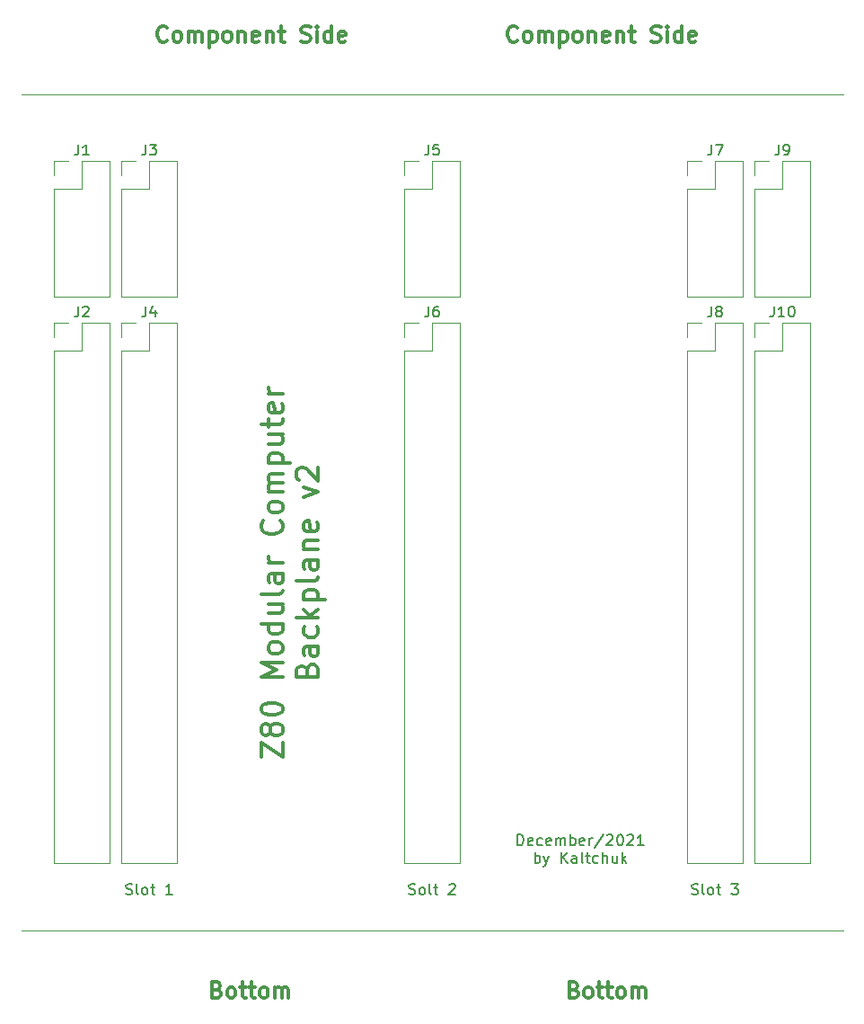
<source format=gbr>
G04 #@! TF.GenerationSoftware,KiCad,Pcbnew,(5.1.4)-1*
G04 #@! TF.CreationDate,2022-01-22T15:46:12+02:00*
G04 #@! TF.ProjectId,Backplane v2,4261636b-706c-4616-9e65-2076322e6b69,rev?*
G04 #@! TF.SameCoordinates,Original*
G04 #@! TF.FileFunction,Legend,Top*
G04 #@! TF.FilePolarity,Positive*
%FSLAX46Y46*%
G04 Gerber Fmt 4.6, Leading zero omitted, Abs format (unit mm)*
G04 Created by KiCad (PCBNEW (5.1.4)-1) date 2022-01-22 15:46:12*
%MOMM*%
%LPD*%
G04 APERTURE LIST*
%ADD10C,0.300000*%
%ADD11C,0.152400*%
%ADD12C,0.120000*%
%ADD13C,0.304800*%
%ADD14C,0.150000*%
G04 APERTURE END LIST*
D10*
X129957714Y-50827714D02*
X129886285Y-50899142D01*
X129672000Y-50970571D01*
X129529142Y-50970571D01*
X129314857Y-50899142D01*
X129172000Y-50756285D01*
X129100571Y-50613428D01*
X129029142Y-50327714D01*
X129029142Y-50113428D01*
X129100571Y-49827714D01*
X129172000Y-49684857D01*
X129314857Y-49542000D01*
X129529142Y-49470571D01*
X129672000Y-49470571D01*
X129886285Y-49542000D01*
X129957714Y-49613428D01*
X130814857Y-50970571D02*
X130672000Y-50899142D01*
X130600571Y-50827714D01*
X130529142Y-50684857D01*
X130529142Y-50256285D01*
X130600571Y-50113428D01*
X130672000Y-50042000D01*
X130814857Y-49970571D01*
X131029142Y-49970571D01*
X131172000Y-50042000D01*
X131243428Y-50113428D01*
X131314857Y-50256285D01*
X131314857Y-50684857D01*
X131243428Y-50827714D01*
X131172000Y-50899142D01*
X131029142Y-50970571D01*
X130814857Y-50970571D01*
X131957714Y-50970571D02*
X131957714Y-49970571D01*
X131957714Y-50113428D02*
X132029142Y-50042000D01*
X132172000Y-49970571D01*
X132386285Y-49970571D01*
X132529142Y-50042000D01*
X132600571Y-50184857D01*
X132600571Y-50970571D01*
X132600571Y-50184857D02*
X132672000Y-50042000D01*
X132814857Y-49970571D01*
X133029142Y-49970571D01*
X133172000Y-50042000D01*
X133243428Y-50184857D01*
X133243428Y-50970571D01*
X133957714Y-49970571D02*
X133957714Y-51470571D01*
X133957714Y-50042000D02*
X134100571Y-49970571D01*
X134386285Y-49970571D01*
X134529142Y-50042000D01*
X134600571Y-50113428D01*
X134672000Y-50256285D01*
X134672000Y-50684857D01*
X134600571Y-50827714D01*
X134529142Y-50899142D01*
X134386285Y-50970571D01*
X134100571Y-50970571D01*
X133957714Y-50899142D01*
X135529142Y-50970571D02*
X135386285Y-50899142D01*
X135314857Y-50827714D01*
X135243428Y-50684857D01*
X135243428Y-50256285D01*
X135314857Y-50113428D01*
X135386285Y-50042000D01*
X135529142Y-49970571D01*
X135743428Y-49970571D01*
X135886285Y-50042000D01*
X135957714Y-50113428D01*
X136029142Y-50256285D01*
X136029142Y-50684857D01*
X135957714Y-50827714D01*
X135886285Y-50899142D01*
X135743428Y-50970571D01*
X135529142Y-50970571D01*
X136672000Y-49970571D02*
X136672000Y-50970571D01*
X136672000Y-50113428D02*
X136743428Y-50042000D01*
X136886285Y-49970571D01*
X137100571Y-49970571D01*
X137243428Y-50042000D01*
X137314857Y-50184857D01*
X137314857Y-50970571D01*
X138600571Y-50899142D02*
X138457714Y-50970571D01*
X138172000Y-50970571D01*
X138029142Y-50899142D01*
X137957714Y-50756285D01*
X137957714Y-50184857D01*
X138029142Y-50042000D01*
X138172000Y-49970571D01*
X138457714Y-49970571D01*
X138600571Y-50042000D01*
X138672000Y-50184857D01*
X138672000Y-50327714D01*
X137957714Y-50470571D01*
X139314857Y-49970571D02*
X139314857Y-50970571D01*
X139314857Y-50113428D02*
X139386285Y-50042000D01*
X139529142Y-49970571D01*
X139743428Y-49970571D01*
X139886285Y-50042000D01*
X139957714Y-50184857D01*
X139957714Y-50970571D01*
X140457714Y-49970571D02*
X141029142Y-49970571D01*
X140672000Y-49470571D02*
X140672000Y-50756285D01*
X140743428Y-50899142D01*
X140886285Y-50970571D01*
X141029142Y-50970571D01*
X142600571Y-50899142D02*
X142814857Y-50970571D01*
X143172000Y-50970571D01*
X143314857Y-50899142D01*
X143386285Y-50827714D01*
X143457714Y-50684857D01*
X143457714Y-50542000D01*
X143386285Y-50399142D01*
X143314857Y-50327714D01*
X143172000Y-50256285D01*
X142886285Y-50184857D01*
X142743428Y-50113428D01*
X142672000Y-50042000D01*
X142600571Y-49899142D01*
X142600571Y-49756285D01*
X142672000Y-49613428D01*
X142743428Y-49542000D01*
X142886285Y-49470571D01*
X143243428Y-49470571D01*
X143457714Y-49542000D01*
X144100571Y-50970571D02*
X144100571Y-49970571D01*
X144100571Y-49470571D02*
X144029142Y-49542000D01*
X144100571Y-49613428D01*
X144172000Y-49542000D01*
X144100571Y-49470571D01*
X144100571Y-49613428D01*
X145457714Y-50970571D02*
X145457714Y-49470571D01*
X145457714Y-50899142D02*
X145314857Y-50970571D01*
X145029142Y-50970571D01*
X144886285Y-50899142D01*
X144814857Y-50827714D01*
X144743428Y-50684857D01*
X144743428Y-50256285D01*
X144814857Y-50113428D01*
X144886285Y-50042000D01*
X145029142Y-49970571D01*
X145314857Y-49970571D01*
X145457714Y-50042000D01*
X146743428Y-50899142D02*
X146600571Y-50970571D01*
X146314857Y-50970571D01*
X146172000Y-50899142D01*
X146100571Y-50756285D01*
X146100571Y-50184857D01*
X146172000Y-50042000D01*
X146314857Y-49970571D01*
X146600571Y-49970571D01*
X146743428Y-50042000D01*
X146814857Y-50184857D01*
X146814857Y-50327714D01*
X146100571Y-50470571D01*
X96937714Y-50827714D02*
X96866285Y-50899142D01*
X96652000Y-50970571D01*
X96509142Y-50970571D01*
X96294857Y-50899142D01*
X96152000Y-50756285D01*
X96080571Y-50613428D01*
X96009142Y-50327714D01*
X96009142Y-50113428D01*
X96080571Y-49827714D01*
X96152000Y-49684857D01*
X96294857Y-49542000D01*
X96509142Y-49470571D01*
X96652000Y-49470571D01*
X96866285Y-49542000D01*
X96937714Y-49613428D01*
X97794857Y-50970571D02*
X97652000Y-50899142D01*
X97580571Y-50827714D01*
X97509142Y-50684857D01*
X97509142Y-50256285D01*
X97580571Y-50113428D01*
X97652000Y-50042000D01*
X97794857Y-49970571D01*
X98009142Y-49970571D01*
X98152000Y-50042000D01*
X98223428Y-50113428D01*
X98294857Y-50256285D01*
X98294857Y-50684857D01*
X98223428Y-50827714D01*
X98152000Y-50899142D01*
X98009142Y-50970571D01*
X97794857Y-50970571D01*
X98937714Y-50970571D02*
X98937714Y-49970571D01*
X98937714Y-50113428D02*
X99009142Y-50042000D01*
X99152000Y-49970571D01*
X99366285Y-49970571D01*
X99509142Y-50042000D01*
X99580571Y-50184857D01*
X99580571Y-50970571D01*
X99580571Y-50184857D02*
X99652000Y-50042000D01*
X99794857Y-49970571D01*
X100009142Y-49970571D01*
X100152000Y-50042000D01*
X100223428Y-50184857D01*
X100223428Y-50970571D01*
X100937714Y-49970571D02*
X100937714Y-51470571D01*
X100937714Y-50042000D02*
X101080571Y-49970571D01*
X101366285Y-49970571D01*
X101509142Y-50042000D01*
X101580571Y-50113428D01*
X101652000Y-50256285D01*
X101652000Y-50684857D01*
X101580571Y-50827714D01*
X101509142Y-50899142D01*
X101366285Y-50970571D01*
X101080571Y-50970571D01*
X100937714Y-50899142D01*
X102509142Y-50970571D02*
X102366285Y-50899142D01*
X102294857Y-50827714D01*
X102223428Y-50684857D01*
X102223428Y-50256285D01*
X102294857Y-50113428D01*
X102366285Y-50042000D01*
X102509142Y-49970571D01*
X102723428Y-49970571D01*
X102866285Y-50042000D01*
X102937714Y-50113428D01*
X103009142Y-50256285D01*
X103009142Y-50684857D01*
X102937714Y-50827714D01*
X102866285Y-50899142D01*
X102723428Y-50970571D01*
X102509142Y-50970571D01*
X103652000Y-49970571D02*
X103652000Y-50970571D01*
X103652000Y-50113428D02*
X103723428Y-50042000D01*
X103866285Y-49970571D01*
X104080571Y-49970571D01*
X104223428Y-50042000D01*
X104294857Y-50184857D01*
X104294857Y-50970571D01*
X105580571Y-50899142D02*
X105437714Y-50970571D01*
X105152000Y-50970571D01*
X105009142Y-50899142D01*
X104937714Y-50756285D01*
X104937714Y-50184857D01*
X105009142Y-50042000D01*
X105152000Y-49970571D01*
X105437714Y-49970571D01*
X105580571Y-50042000D01*
X105652000Y-50184857D01*
X105652000Y-50327714D01*
X104937714Y-50470571D01*
X106294857Y-49970571D02*
X106294857Y-50970571D01*
X106294857Y-50113428D02*
X106366285Y-50042000D01*
X106509142Y-49970571D01*
X106723428Y-49970571D01*
X106866285Y-50042000D01*
X106937714Y-50184857D01*
X106937714Y-50970571D01*
X107437714Y-49970571D02*
X108009142Y-49970571D01*
X107652000Y-49470571D02*
X107652000Y-50756285D01*
X107723428Y-50899142D01*
X107866285Y-50970571D01*
X108009142Y-50970571D01*
X109580571Y-50899142D02*
X109794857Y-50970571D01*
X110152000Y-50970571D01*
X110294857Y-50899142D01*
X110366285Y-50827714D01*
X110437714Y-50684857D01*
X110437714Y-50542000D01*
X110366285Y-50399142D01*
X110294857Y-50327714D01*
X110152000Y-50256285D01*
X109866285Y-50184857D01*
X109723428Y-50113428D01*
X109652000Y-50042000D01*
X109580571Y-49899142D01*
X109580571Y-49756285D01*
X109652000Y-49613428D01*
X109723428Y-49542000D01*
X109866285Y-49470571D01*
X110223428Y-49470571D01*
X110437714Y-49542000D01*
X111080571Y-50970571D02*
X111080571Y-49970571D01*
X111080571Y-49470571D02*
X111009142Y-49542000D01*
X111080571Y-49613428D01*
X111152000Y-49542000D01*
X111080571Y-49470571D01*
X111080571Y-49613428D01*
X112437714Y-50970571D02*
X112437714Y-49470571D01*
X112437714Y-50899142D02*
X112294857Y-50970571D01*
X112009142Y-50970571D01*
X111866285Y-50899142D01*
X111794857Y-50827714D01*
X111723428Y-50684857D01*
X111723428Y-50256285D01*
X111794857Y-50113428D01*
X111866285Y-50042000D01*
X112009142Y-49970571D01*
X112294857Y-49970571D01*
X112437714Y-50042000D01*
X113723428Y-50899142D02*
X113580571Y-50970571D01*
X113294857Y-50970571D01*
X113152000Y-50899142D01*
X113080571Y-50756285D01*
X113080571Y-50184857D01*
X113152000Y-50042000D01*
X113294857Y-49970571D01*
X113580571Y-49970571D01*
X113723428Y-50042000D01*
X113794857Y-50184857D01*
X113794857Y-50327714D01*
X113080571Y-50470571D01*
X101667857Y-140227857D02*
X101882142Y-140299285D01*
X101953571Y-140370714D01*
X102025000Y-140513571D01*
X102025000Y-140727857D01*
X101953571Y-140870714D01*
X101882142Y-140942142D01*
X101739285Y-141013571D01*
X101167857Y-141013571D01*
X101167857Y-139513571D01*
X101667857Y-139513571D01*
X101810714Y-139585000D01*
X101882142Y-139656428D01*
X101953571Y-139799285D01*
X101953571Y-139942142D01*
X101882142Y-140085000D01*
X101810714Y-140156428D01*
X101667857Y-140227857D01*
X101167857Y-140227857D01*
X102882142Y-141013571D02*
X102739285Y-140942142D01*
X102667857Y-140870714D01*
X102596428Y-140727857D01*
X102596428Y-140299285D01*
X102667857Y-140156428D01*
X102739285Y-140085000D01*
X102882142Y-140013571D01*
X103096428Y-140013571D01*
X103239285Y-140085000D01*
X103310714Y-140156428D01*
X103382142Y-140299285D01*
X103382142Y-140727857D01*
X103310714Y-140870714D01*
X103239285Y-140942142D01*
X103096428Y-141013571D01*
X102882142Y-141013571D01*
X103810714Y-140013571D02*
X104382142Y-140013571D01*
X104025000Y-139513571D02*
X104025000Y-140799285D01*
X104096428Y-140942142D01*
X104239285Y-141013571D01*
X104382142Y-141013571D01*
X104667857Y-140013571D02*
X105239285Y-140013571D01*
X104882142Y-139513571D02*
X104882142Y-140799285D01*
X104953571Y-140942142D01*
X105096428Y-141013571D01*
X105239285Y-141013571D01*
X105953571Y-141013571D02*
X105810714Y-140942142D01*
X105739285Y-140870714D01*
X105667857Y-140727857D01*
X105667857Y-140299285D01*
X105739285Y-140156428D01*
X105810714Y-140085000D01*
X105953571Y-140013571D01*
X106167857Y-140013571D01*
X106310714Y-140085000D01*
X106382142Y-140156428D01*
X106453571Y-140299285D01*
X106453571Y-140727857D01*
X106382142Y-140870714D01*
X106310714Y-140942142D01*
X106167857Y-141013571D01*
X105953571Y-141013571D01*
X107096428Y-141013571D02*
X107096428Y-140013571D01*
X107096428Y-140156428D02*
X107167857Y-140085000D01*
X107310714Y-140013571D01*
X107525000Y-140013571D01*
X107667857Y-140085000D01*
X107739285Y-140227857D01*
X107739285Y-141013571D01*
X107739285Y-140227857D02*
X107810714Y-140085000D01*
X107953571Y-140013571D01*
X108167857Y-140013571D01*
X108310714Y-140085000D01*
X108382142Y-140227857D01*
X108382142Y-141013571D01*
X135322857Y-140227857D02*
X135537142Y-140299285D01*
X135608571Y-140370714D01*
X135680000Y-140513571D01*
X135680000Y-140727857D01*
X135608571Y-140870714D01*
X135537142Y-140942142D01*
X135394285Y-141013571D01*
X134822857Y-141013571D01*
X134822857Y-139513571D01*
X135322857Y-139513571D01*
X135465714Y-139585000D01*
X135537142Y-139656428D01*
X135608571Y-139799285D01*
X135608571Y-139942142D01*
X135537142Y-140085000D01*
X135465714Y-140156428D01*
X135322857Y-140227857D01*
X134822857Y-140227857D01*
X136537142Y-141013571D02*
X136394285Y-140942142D01*
X136322857Y-140870714D01*
X136251428Y-140727857D01*
X136251428Y-140299285D01*
X136322857Y-140156428D01*
X136394285Y-140085000D01*
X136537142Y-140013571D01*
X136751428Y-140013571D01*
X136894285Y-140085000D01*
X136965714Y-140156428D01*
X137037142Y-140299285D01*
X137037142Y-140727857D01*
X136965714Y-140870714D01*
X136894285Y-140942142D01*
X136751428Y-141013571D01*
X136537142Y-141013571D01*
X137465714Y-140013571D02*
X138037142Y-140013571D01*
X137680000Y-139513571D02*
X137680000Y-140799285D01*
X137751428Y-140942142D01*
X137894285Y-141013571D01*
X138037142Y-141013571D01*
X138322857Y-140013571D02*
X138894285Y-140013571D01*
X138537142Y-139513571D02*
X138537142Y-140799285D01*
X138608571Y-140942142D01*
X138751428Y-141013571D01*
X138894285Y-141013571D01*
X139608571Y-141013571D02*
X139465714Y-140942142D01*
X139394285Y-140870714D01*
X139322857Y-140727857D01*
X139322857Y-140299285D01*
X139394285Y-140156428D01*
X139465714Y-140085000D01*
X139608571Y-140013571D01*
X139822857Y-140013571D01*
X139965714Y-140085000D01*
X140037142Y-140156428D01*
X140108571Y-140299285D01*
X140108571Y-140727857D01*
X140037142Y-140870714D01*
X139965714Y-140942142D01*
X139822857Y-141013571D01*
X139608571Y-141013571D01*
X140751428Y-141013571D02*
X140751428Y-140013571D01*
X140751428Y-140156428D02*
X140822857Y-140085000D01*
X140965714Y-140013571D01*
X141180000Y-140013571D01*
X141322857Y-140085000D01*
X141394285Y-140227857D01*
X141394285Y-141013571D01*
X141394285Y-140227857D02*
X141465714Y-140085000D01*
X141608571Y-140013571D01*
X141822857Y-140013571D01*
X141965714Y-140085000D01*
X142037142Y-140227857D01*
X142037142Y-141013571D01*
D11*
X146412857Y-131221238D02*
X146558000Y-131269619D01*
X146799904Y-131269619D01*
X146896666Y-131221238D01*
X146945047Y-131172857D01*
X146993428Y-131076095D01*
X146993428Y-130979333D01*
X146945047Y-130882571D01*
X146896666Y-130834190D01*
X146799904Y-130785809D01*
X146606380Y-130737428D01*
X146509619Y-130689047D01*
X146461238Y-130640666D01*
X146412857Y-130543904D01*
X146412857Y-130447142D01*
X146461238Y-130350380D01*
X146509619Y-130302000D01*
X146606380Y-130253619D01*
X146848285Y-130253619D01*
X146993428Y-130302000D01*
X147574000Y-131269619D02*
X147477238Y-131221238D01*
X147428857Y-131124476D01*
X147428857Y-130253619D01*
X148106190Y-131269619D02*
X148009428Y-131221238D01*
X147961047Y-131172857D01*
X147912666Y-131076095D01*
X147912666Y-130785809D01*
X147961047Y-130689047D01*
X148009428Y-130640666D01*
X148106190Y-130592285D01*
X148251333Y-130592285D01*
X148348095Y-130640666D01*
X148396476Y-130689047D01*
X148444857Y-130785809D01*
X148444857Y-131076095D01*
X148396476Y-131172857D01*
X148348095Y-131221238D01*
X148251333Y-131269619D01*
X148106190Y-131269619D01*
X148735142Y-130592285D02*
X149122190Y-130592285D01*
X148880285Y-130253619D02*
X148880285Y-131124476D01*
X148928666Y-131221238D01*
X149025428Y-131269619D01*
X149122190Y-131269619D01*
X150138190Y-130253619D02*
X150767142Y-130253619D01*
X150428476Y-130640666D01*
X150573619Y-130640666D01*
X150670380Y-130689047D01*
X150718761Y-130737428D01*
X150767142Y-130834190D01*
X150767142Y-131076095D01*
X150718761Y-131172857D01*
X150670380Y-131221238D01*
X150573619Y-131269619D01*
X150283333Y-131269619D01*
X150186571Y-131221238D01*
X150138190Y-131172857D01*
X119742857Y-131221238D02*
X119888000Y-131269619D01*
X120129904Y-131269619D01*
X120226666Y-131221238D01*
X120275047Y-131172857D01*
X120323428Y-131076095D01*
X120323428Y-130979333D01*
X120275047Y-130882571D01*
X120226666Y-130834190D01*
X120129904Y-130785809D01*
X119936380Y-130737428D01*
X119839619Y-130689047D01*
X119791238Y-130640666D01*
X119742857Y-130543904D01*
X119742857Y-130447142D01*
X119791238Y-130350380D01*
X119839619Y-130302000D01*
X119936380Y-130253619D01*
X120178285Y-130253619D01*
X120323428Y-130302000D01*
X120904000Y-131269619D02*
X120807238Y-131221238D01*
X120758857Y-131172857D01*
X120710476Y-131076095D01*
X120710476Y-130785809D01*
X120758857Y-130689047D01*
X120807238Y-130640666D01*
X120904000Y-130592285D01*
X121049142Y-130592285D01*
X121145904Y-130640666D01*
X121194285Y-130689047D01*
X121242666Y-130785809D01*
X121242666Y-131076095D01*
X121194285Y-131172857D01*
X121145904Y-131221238D01*
X121049142Y-131269619D01*
X120904000Y-131269619D01*
X121823238Y-131269619D02*
X121726476Y-131221238D01*
X121678095Y-131124476D01*
X121678095Y-130253619D01*
X122065142Y-130592285D02*
X122452190Y-130592285D01*
X122210285Y-130253619D02*
X122210285Y-131124476D01*
X122258666Y-131221238D01*
X122355428Y-131269619D01*
X122452190Y-131269619D01*
X123516571Y-130350380D02*
X123564952Y-130302000D01*
X123661714Y-130253619D01*
X123903619Y-130253619D01*
X124000380Y-130302000D01*
X124048761Y-130350380D01*
X124097142Y-130447142D01*
X124097142Y-130543904D01*
X124048761Y-130689047D01*
X123468190Y-131269619D01*
X124097142Y-131269619D01*
X93072857Y-131221238D02*
X93218000Y-131269619D01*
X93459904Y-131269619D01*
X93556666Y-131221238D01*
X93605047Y-131172857D01*
X93653428Y-131076095D01*
X93653428Y-130979333D01*
X93605047Y-130882571D01*
X93556666Y-130834190D01*
X93459904Y-130785809D01*
X93266380Y-130737428D01*
X93169619Y-130689047D01*
X93121238Y-130640666D01*
X93072857Y-130543904D01*
X93072857Y-130447142D01*
X93121238Y-130350380D01*
X93169619Y-130302000D01*
X93266380Y-130253619D01*
X93508285Y-130253619D01*
X93653428Y-130302000D01*
X94234000Y-131269619D02*
X94137238Y-131221238D01*
X94088857Y-131124476D01*
X94088857Y-130253619D01*
X94766190Y-131269619D02*
X94669428Y-131221238D01*
X94621047Y-131172857D01*
X94572666Y-131076095D01*
X94572666Y-130785809D01*
X94621047Y-130689047D01*
X94669428Y-130640666D01*
X94766190Y-130592285D01*
X94911333Y-130592285D01*
X95008095Y-130640666D01*
X95056476Y-130689047D01*
X95104857Y-130785809D01*
X95104857Y-131076095D01*
X95056476Y-131172857D01*
X95008095Y-131221238D01*
X94911333Y-131269619D01*
X94766190Y-131269619D01*
X95395142Y-130592285D02*
X95782190Y-130592285D01*
X95540285Y-130253619D02*
X95540285Y-131124476D01*
X95588666Y-131221238D01*
X95685428Y-131269619D01*
X95782190Y-131269619D01*
X97427142Y-131269619D02*
X96846571Y-131269619D01*
X97136857Y-131269619D02*
X97136857Y-130253619D01*
X97040095Y-130398761D01*
X96943333Y-130495523D01*
X96846571Y-130543904D01*
D12*
X83185000Y-134620000D02*
X160655000Y-134620000D01*
X160655000Y-55880000D02*
X83185000Y-55880000D01*
D11*
X129963333Y-126621419D02*
X129963333Y-125605419D01*
X130205238Y-125605419D01*
X130350380Y-125653800D01*
X130447142Y-125750561D01*
X130495523Y-125847323D01*
X130543904Y-126040847D01*
X130543904Y-126185990D01*
X130495523Y-126379514D01*
X130447142Y-126476276D01*
X130350380Y-126573038D01*
X130205238Y-126621419D01*
X129963333Y-126621419D01*
X131366380Y-126573038D02*
X131269619Y-126621419D01*
X131076095Y-126621419D01*
X130979333Y-126573038D01*
X130930952Y-126476276D01*
X130930952Y-126089228D01*
X130979333Y-125992466D01*
X131076095Y-125944085D01*
X131269619Y-125944085D01*
X131366380Y-125992466D01*
X131414761Y-126089228D01*
X131414761Y-126185990D01*
X130930952Y-126282752D01*
X132285619Y-126573038D02*
X132188857Y-126621419D01*
X131995333Y-126621419D01*
X131898571Y-126573038D01*
X131850190Y-126524657D01*
X131801809Y-126427895D01*
X131801809Y-126137609D01*
X131850190Y-126040847D01*
X131898571Y-125992466D01*
X131995333Y-125944085D01*
X132188857Y-125944085D01*
X132285619Y-125992466D01*
X133108095Y-126573038D02*
X133011333Y-126621419D01*
X132817809Y-126621419D01*
X132721047Y-126573038D01*
X132672666Y-126476276D01*
X132672666Y-126089228D01*
X132721047Y-125992466D01*
X132817809Y-125944085D01*
X133011333Y-125944085D01*
X133108095Y-125992466D01*
X133156476Y-126089228D01*
X133156476Y-126185990D01*
X132672666Y-126282752D01*
X133591904Y-126621419D02*
X133591904Y-125944085D01*
X133591904Y-126040847D02*
X133640285Y-125992466D01*
X133737047Y-125944085D01*
X133882190Y-125944085D01*
X133978952Y-125992466D01*
X134027333Y-126089228D01*
X134027333Y-126621419D01*
X134027333Y-126089228D02*
X134075714Y-125992466D01*
X134172476Y-125944085D01*
X134317619Y-125944085D01*
X134414380Y-125992466D01*
X134462761Y-126089228D01*
X134462761Y-126621419D01*
X134946571Y-126621419D02*
X134946571Y-125605419D01*
X134946571Y-125992466D02*
X135043333Y-125944085D01*
X135236857Y-125944085D01*
X135333619Y-125992466D01*
X135382000Y-126040847D01*
X135430380Y-126137609D01*
X135430380Y-126427895D01*
X135382000Y-126524657D01*
X135333619Y-126573038D01*
X135236857Y-126621419D01*
X135043333Y-126621419D01*
X134946571Y-126573038D01*
X136252857Y-126573038D02*
X136156095Y-126621419D01*
X135962571Y-126621419D01*
X135865809Y-126573038D01*
X135817428Y-126476276D01*
X135817428Y-126089228D01*
X135865809Y-125992466D01*
X135962571Y-125944085D01*
X136156095Y-125944085D01*
X136252857Y-125992466D01*
X136301238Y-126089228D01*
X136301238Y-126185990D01*
X135817428Y-126282752D01*
X136736666Y-126621419D02*
X136736666Y-125944085D01*
X136736666Y-126137609D02*
X136785047Y-126040847D01*
X136833428Y-125992466D01*
X136930190Y-125944085D01*
X137026952Y-125944085D01*
X138091333Y-125557038D02*
X137220476Y-126863323D01*
X138381619Y-125702180D02*
X138430000Y-125653800D01*
X138526761Y-125605419D01*
X138768666Y-125605419D01*
X138865428Y-125653800D01*
X138913809Y-125702180D01*
X138962190Y-125798942D01*
X138962190Y-125895704D01*
X138913809Y-126040847D01*
X138333238Y-126621419D01*
X138962190Y-126621419D01*
X139591142Y-125605419D02*
X139687904Y-125605419D01*
X139784666Y-125653800D01*
X139833047Y-125702180D01*
X139881428Y-125798942D01*
X139929809Y-125992466D01*
X139929809Y-126234371D01*
X139881428Y-126427895D01*
X139833047Y-126524657D01*
X139784666Y-126573038D01*
X139687904Y-126621419D01*
X139591142Y-126621419D01*
X139494380Y-126573038D01*
X139446000Y-126524657D01*
X139397619Y-126427895D01*
X139349238Y-126234371D01*
X139349238Y-125992466D01*
X139397619Y-125798942D01*
X139446000Y-125702180D01*
X139494380Y-125653800D01*
X139591142Y-125605419D01*
X140316857Y-125702180D02*
X140365238Y-125653800D01*
X140462000Y-125605419D01*
X140703904Y-125605419D01*
X140800666Y-125653800D01*
X140849047Y-125702180D01*
X140897428Y-125798942D01*
X140897428Y-125895704D01*
X140849047Y-126040847D01*
X140268476Y-126621419D01*
X140897428Y-126621419D01*
X141865047Y-126621419D02*
X141284476Y-126621419D01*
X141574761Y-126621419D02*
X141574761Y-125605419D01*
X141478000Y-125750561D01*
X141381238Y-125847323D01*
X141284476Y-125895704D01*
X131608285Y-128297819D02*
X131608285Y-127281819D01*
X131608285Y-127668866D02*
X131705047Y-127620485D01*
X131898571Y-127620485D01*
X131995333Y-127668866D01*
X132043714Y-127717247D01*
X132092095Y-127814009D01*
X132092095Y-128104295D01*
X132043714Y-128201057D01*
X131995333Y-128249438D01*
X131898571Y-128297819D01*
X131705047Y-128297819D01*
X131608285Y-128249438D01*
X132430761Y-127620485D02*
X132672666Y-128297819D01*
X132914571Y-127620485D02*
X132672666Y-128297819D01*
X132575904Y-128539723D01*
X132527523Y-128588104D01*
X132430761Y-128636485D01*
X134075714Y-128297819D02*
X134075714Y-127281819D01*
X134656285Y-128297819D02*
X134220857Y-127717247D01*
X134656285Y-127281819D02*
X134075714Y-127862390D01*
X135527142Y-128297819D02*
X135527142Y-127765628D01*
X135478761Y-127668866D01*
X135382000Y-127620485D01*
X135188476Y-127620485D01*
X135091714Y-127668866D01*
X135527142Y-128249438D02*
X135430380Y-128297819D01*
X135188476Y-128297819D01*
X135091714Y-128249438D01*
X135043333Y-128152676D01*
X135043333Y-128055914D01*
X135091714Y-127959152D01*
X135188476Y-127910771D01*
X135430380Y-127910771D01*
X135527142Y-127862390D01*
X136156095Y-128297819D02*
X136059333Y-128249438D01*
X136010952Y-128152676D01*
X136010952Y-127281819D01*
X136398000Y-127620485D02*
X136785047Y-127620485D01*
X136543142Y-127281819D02*
X136543142Y-128152676D01*
X136591523Y-128249438D01*
X136688285Y-128297819D01*
X136785047Y-128297819D01*
X137559142Y-128249438D02*
X137462380Y-128297819D01*
X137268857Y-128297819D01*
X137172095Y-128249438D01*
X137123714Y-128201057D01*
X137075333Y-128104295D01*
X137075333Y-127814009D01*
X137123714Y-127717247D01*
X137172095Y-127668866D01*
X137268857Y-127620485D01*
X137462380Y-127620485D01*
X137559142Y-127668866D01*
X137994571Y-128297819D02*
X137994571Y-127281819D01*
X138430000Y-128297819D02*
X138430000Y-127765628D01*
X138381619Y-127668866D01*
X138284857Y-127620485D01*
X138139714Y-127620485D01*
X138042952Y-127668866D01*
X137994571Y-127717247D01*
X139349238Y-127620485D02*
X139349238Y-128297819D01*
X138913809Y-127620485D02*
X138913809Y-128152676D01*
X138962190Y-128249438D01*
X139058952Y-128297819D01*
X139204095Y-128297819D01*
X139300857Y-128249438D01*
X139349238Y-128201057D01*
X139833047Y-128297819D02*
X139833047Y-127281819D01*
X139929809Y-127910771D02*
X140220095Y-128297819D01*
X140220095Y-127620485D02*
X139833047Y-128007533D01*
D13*
X105795838Y-118333761D02*
X105795838Y-116979095D01*
X107827838Y-118333761D01*
X107827838Y-116979095D01*
X106666695Y-115914714D02*
X106569933Y-116108238D01*
X106473171Y-116205000D01*
X106279647Y-116301761D01*
X106182885Y-116301761D01*
X105989361Y-116205000D01*
X105892600Y-116108238D01*
X105795838Y-115914714D01*
X105795838Y-115527666D01*
X105892600Y-115334142D01*
X105989361Y-115237380D01*
X106182885Y-115140619D01*
X106279647Y-115140619D01*
X106473171Y-115237380D01*
X106569933Y-115334142D01*
X106666695Y-115527666D01*
X106666695Y-115914714D01*
X106763457Y-116108238D01*
X106860219Y-116205000D01*
X107053742Y-116301761D01*
X107440790Y-116301761D01*
X107634314Y-116205000D01*
X107731076Y-116108238D01*
X107827838Y-115914714D01*
X107827838Y-115527666D01*
X107731076Y-115334142D01*
X107634314Y-115237380D01*
X107440790Y-115140619D01*
X107053742Y-115140619D01*
X106860219Y-115237380D01*
X106763457Y-115334142D01*
X106666695Y-115527666D01*
X105795838Y-113882714D02*
X105795838Y-113689190D01*
X105892600Y-113495666D01*
X105989361Y-113398904D01*
X106182885Y-113302142D01*
X106569933Y-113205380D01*
X107053742Y-113205380D01*
X107440790Y-113302142D01*
X107634314Y-113398904D01*
X107731076Y-113495666D01*
X107827838Y-113689190D01*
X107827838Y-113882714D01*
X107731076Y-114076238D01*
X107634314Y-114173000D01*
X107440790Y-114269761D01*
X107053742Y-114366523D01*
X106569933Y-114366523D01*
X106182885Y-114269761D01*
X105989361Y-114173000D01*
X105892600Y-114076238D01*
X105795838Y-113882714D01*
X107827838Y-110786333D02*
X105795838Y-110786333D01*
X107247266Y-110109000D01*
X105795838Y-109431666D01*
X107827838Y-109431666D01*
X107827838Y-108173761D02*
X107731076Y-108367285D01*
X107634314Y-108464047D01*
X107440790Y-108560809D01*
X106860219Y-108560809D01*
X106666695Y-108464047D01*
X106569933Y-108367285D01*
X106473171Y-108173761D01*
X106473171Y-107883476D01*
X106569933Y-107689952D01*
X106666695Y-107593190D01*
X106860219Y-107496428D01*
X107440790Y-107496428D01*
X107634314Y-107593190D01*
X107731076Y-107689952D01*
X107827838Y-107883476D01*
X107827838Y-108173761D01*
X107827838Y-105754714D02*
X105795838Y-105754714D01*
X107731076Y-105754714D02*
X107827838Y-105948238D01*
X107827838Y-106335285D01*
X107731076Y-106528809D01*
X107634314Y-106625571D01*
X107440790Y-106722333D01*
X106860219Y-106722333D01*
X106666695Y-106625571D01*
X106569933Y-106528809D01*
X106473171Y-106335285D01*
X106473171Y-105948238D01*
X106569933Y-105754714D01*
X106473171Y-103916238D02*
X107827838Y-103916238D01*
X106473171Y-104787095D02*
X107537552Y-104787095D01*
X107731076Y-104690333D01*
X107827838Y-104496809D01*
X107827838Y-104206523D01*
X107731076Y-104013000D01*
X107634314Y-103916238D01*
X107827838Y-102658333D02*
X107731076Y-102851857D01*
X107537552Y-102948619D01*
X105795838Y-102948619D01*
X107827838Y-101013380D02*
X106763457Y-101013380D01*
X106569933Y-101110142D01*
X106473171Y-101303666D01*
X106473171Y-101690714D01*
X106569933Y-101884238D01*
X107731076Y-101013380D02*
X107827838Y-101206904D01*
X107827838Y-101690714D01*
X107731076Y-101884238D01*
X107537552Y-101981000D01*
X107344028Y-101981000D01*
X107150504Y-101884238D01*
X107053742Y-101690714D01*
X107053742Y-101206904D01*
X106956980Y-101013380D01*
X107827838Y-100045761D02*
X106473171Y-100045761D01*
X106860219Y-100045761D02*
X106666695Y-99949000D01*
X106569933Y-99852238D01*
X106473171Y-99658714D01*
X106473171Y-99465190D01*
X107634314Y-96078523D02*
X107731076Y-96175285D01*
X107827838Y-96465571D01*
X107827838Y-96659095D01*
X107731076Y-96949380D01*
X107537552Y-97142904D01*
X107344028Y-97239666D01*
X106956980Y-97336428D01*
X106666695Y-97336428D01*
X106279647Y-97239666D01*
X106086123Y-97142904D01*
X105892600Y-96949380D01*
X105795838Y-96659095D01*
X105795838Y-96465571D01*
X105892600Y-96175285D01*
X105989361Y-96078523D01*
X107827838Y-94917380D02*
X107731076Y-95110904D01*
X107634314Y-95207666D01*
X107440790Y-95304428D01*
X106860219Y-95304428D01*
X106666695Y-95207666D01*
X106569933Y-95110904D01*
X106473171Y-94917380D01*
X106473171Y-94627095D01*
X106569933Y-94433571D01*
X106666695Y-94336809D01*
X106860219Y-94240047D01*
X107440790Y-94240047D01*
X107634314Y-94336809D01*
X107731076Y-94433571D01*
X107827838Y-94627095D01*
X107827838Y-94917380D01*
X107827838Y-93369190D02*
X106473171Y-93369190D01*
X106666695Y-93369190D02*
X106569933Y-93272428D01*
X106473171Y-93078904D01*
X106473171Y-92788619D01*
X106569933Y-92595095D01*
X106763457Y-92498333D01*
X107827838Y-92498333D01*
X106763457Y-92498333D02*
X106569933Y-92401571D01*
X106473171Y-92208047D01*
X106473171Y-91917761D01*
X106569933Y-91724238D01*
X106763457Y-91627476D01*
X107827838Y-91627476D01*
X106473171Y-90659857D02*
X108505171Y-90659857D01*
X106569933Y-90659857D02*
X106473171Y-90466333D01*
X106473171Y-90079285D01*
X106569933Y-89885761D01*
X106666695Y-89789000D01*
X106860219Y-89692238D01*
X107440790Y-89692238D01*
X107634314Y-89789000D01*
X107731076Y-89885761D01*
X107827838Y-90079285D01*
X107827838Y-90466333D01*
X107731076Y-90659857D01*
X106473171Y-87950523D02*
X107827838Y-87950523D01*
X106473171Y-88821380D02*
X107537552Y-88821380D01*
X107731076Y-88724619D01*
X107827838Y-88531095D01*
X107827838Y-88240809D01*
X107731076Y-88047285D01*
X107634314Y-87950523D01*
X106473171Y-87273190D02*
X106473171Y-86499095D01*
X105795838Y-86982904D02*
X107537552Y-86982904D01*
X107731076Y-86886142D01*
X107827838Y-86692619D01*
X107827838Y-86499095D01*
X107731076Y-85047666D02*
X107827838Y-85241190D01*
X107827838Y-85628238D01*
X107731076Y-85821761D01*
X107537552Y-85918523D01*
X106763457Y-85918523D01*
X106569933Y-85821761D01*
X106473171Y-85628238D01*
X106473171Y-85241190D01*
X106569933Y-85047666D01*
X106763457Y-84950904D01*
X106956980Y-84950904D01*
X107150504Y-85918523D01*
X107827838Y-84080047D02*
X106473171Y-84080047D01*
X106860219Y-84080047D02*
X106666695Y-83983285D01*
X106569933Y-83886523D01*
X106473171Y-83693000D01*
X106473171Y-83499476D01*
X110116257Y-110109000D02*
X110213019Y-109818714D01*
X110309780Y-109721952D01*
X110503304Y-109625190D01*
X110793590Y-109625190D01*
X110987114Y-109721952D01*
X111083876Y-109818714D01*
X111180638Y-110012238D01*
X111180638Y-110786333D01*
X109148638Y-110786333D01*
X109148638Y-110109000D01*
X109245400Y-109915476D01*
X109342161Y-109818714D01*
X109535685Y-109721952D01*
X109729209Y-109721952D01*
X109922733Y-109818714D01*
X110019495Y-109915476D01*
X110116257Y-110109000D01*
X110116257Y-110786333D01*
X111180638Y-107883476D02*
X110116257Y-107883476D01*
X109922733Y-107980238D01*
X109825971Y-108173761D01*
X109825971Y-108560809D01*
X109922733Y-108754333D01*
X111083876Y-107883476D02*
X111180638Y-108077000D01*
X111180638Y-108560809D01*
X111083876Y-108754333D01*
X110890352Y-108851095D01*
X110696828Y-108851095D01*
X110503304Y-108754333D01*
X110406542Y-108560809D01*
X110406542Y-108077000D01*
X110309780Y-107883476D01*
X111083876Y-106045000D02*
X111180638Y-106238523D01*
X111180638Y-106625571D01*
X111083876Y-106819095D01*
X110987114Y-106915857D01*
X110793590Y-107012619D01*
X110213019Y-107012619D01*
X110019495Y-106915857D01*
X109922733Y-106819095D01*
X109825971Y-106625571D01*
X109825971Y-106238523D01*
X109922733Y-106045000D01*
X111180638Y-105174142D02*
X109148638Y-105174142D01*
X110406542Y-104980619D02*
X111180638Y-104400047D01*
X109825971Y-104400047D02*
X110600066Y-105174142D01*
X109825971Y-103529190D02*
X111857971Y-103529190D01*
X109922733Y-103529190D02*
X109825971Y-103335666D01*
X109825971Y-102948619D01*
X109922733Y-102755095D01*
X110019495Y-102658333D01*
X110213019Y-102561571D01*
X110793590Y-102561571D01*
X110987114Y-102658333D01*
X111083876Y-102755095D01*
X111180638Y-102948619D01*
X111180638Y-103335666D01*
X111083876Y-103529190D01*
X111180638Y-101400428D02*
X111083876Y-101593952D01*
X110890352Y-101690714D01*
X109148638Y-101690714D01*
X111180638Y-99755476D02*
X110116257Y-99755476D01*
X109922733Y-99852238D01*
X109825971Y-100045761D01*
X109825971Y-100432809D01*
X109922733Y-100626333D01*
X111083876Y-99755476D02*
X111180638Y-99949000D01*
X111180638Y-100432809D01*
X111083876Y-100626333D01*
X110890352Y-100723095D01*
X110696828Y-100723095D01*
X110503304Y-100626333D01*
X110406542Y-100432809D01*
X110406542Y-99949000D01*
X110309780Y-99755476D01*
X109825971Y-98787857D02*
X111180638Y-98787857D01*
X110019495Y-98787857D02*
X109922733Y-98691095D01*
X109825971Y-98497571D01*
X109825971Y-98207285D01*
X109922733Y-98013761D01*
X110116257Y-97917000D01*
X111180638Y-97917000D01*
X111083876Y-96175285D02*
X111180638Y-96368809D01*
X111180638Y-96755857D01*
X111083876Y-96949380D01*
X110890352Y-97046142D01*
X110116257Y-97046142D01*
X109922733Y-96949380D01*
X109825971Y-96755857D01*
X109825971Y-96368809D01*
X109922733Y-96175285D01*
X110116257Y-96078523D01*
X110309780Y-96078523D01*
X110503304Y-97046142D01*
X109825971Y-93853000D02*
X111180638Y-93369190D01*
X109825971Y-92885380D01*
X109342161Y-92208047D02*
X109245400Y-92111285D01*
X109148638Y-91917761D01*
X109148638Y-91433952D01*
X109245400Y-91240428D01*
X109342161Y-91143666D01*
X109535685Y-91046904D01*
X109729209Y-91046904D01*
X110019495Y-91143666D01*
X111180638Y-92304809D01*
X111180638Y-91046904D01*
D12*
X86300000Y-74990000D02*
X91500000Y-74990000D01*
X86300000Y-64770000D02*
X86300000Y-74990000D01*
X91500000Y-62170000D02*
X91500000Y-74990000D01*
X86300000Y-64770000D02*
X88900000Y-64770000D01*
X88900000Y-64770000D02*
X88900000Y-62170000D01*
X88900000Y-62170000D02*
X91500000Y-62170000D01*
X86300000Y-63500000D02*
X86300000Y-62170000D01*
X86300000Y-62170000D02*
X87630000Y-62170000D01*
X86300000Y-128330000D02*
X91500000Y-128330000D01*
X86300000Y-80010000D02*
X86300000Y-128330000D01*
X91500000Y-77410000D02*
X91500000Y-128330000D01*
X86300000Y-80010000D02*
X88900000Y-80010000D01*
X88900000Y-80010000D02*
X88900000Y-77410000D01*
X88900000Y-77410000D02*
X91500000Y-77410000D01*
X86300000Y-78740000D02*
X86300000Y-77410000D01*
X86300000Y-77410000D02*
X87630000Y-77410000D01*
X92650000Y-62170000D02*
X93980000Y-62170000D01*
X92650000Y-63500000D02*
X92650000Y-62170000D01*
X95250000Y-62170000D02*
X97850000Y-62170000D01*
X95250000Y-64770000D02*
X95250000Y-62170000D01*
X92650000Y-64770000D02*
X95250000Y-64770000D01*
X97850000Y-62170000D02*
X97850000Y-74990000D01*
X92650000Y-64770000D02*
X92650000Y-74990000D01*
X92650000Y-74990000D02*
X97850000Y-74990000D01*
X92650000Y-77410000D02*
X93980000Y-77410000D01*
X92650000Y-78740000D02*
X92650000Y-77410000D01*
X95250000Y-77410000D02*
X97850000Y-77410000D01*
X95250000Y-80010000D02*
X95250000Y-77410000D01*
X92650000Y-80010000D02*
X95250000Y-80010000D01*
X97850000Y-77410000D02*
X97850000Y-128330000D01*
X92650000Y-80010000D02*
X92650000Y-128330000D01*
X92650000Y-128330000D02*
X97850000Y-128330000D01*
X119320000Y-74990000D02*
X124520000Y-74990000D01*
X119320000Y-64770000D02*
X119320000Y-74990000D01*
X124520000Y-62170000D02*
X124520000Y-74990000D01*
X119320000Y-64770000D02*
X121920000Y-64770000D01*
X121920000Y-64770000D02*
X121920000Y-62170000D01*
X121920000Y-62170000D02*
X124520000Y-62170000D01*
X119320000Y-63500000D02*
X119320000Y-62170000D01*
X119320000Y-62170000D02*
X120650000Y-62170000D01*
X119320000Y-128330000D02*
X124520000Y-128330000D01*
X119320000Y-80010000D02*
X119320000Y-128330000D01*
X124520000Y-77410000D02*
X124520000Y-128330000D01*
X119320000Y-80010000D02*
X121920000Y-80010000D01*
X121920000Y-80010000D02*
X121920000Y-77410000D01*
X121920000Y-77410000D02*
X124520000Y-77410000D01*
X119320000Y-78740000D02*
X119320000Y-77410000D01*
X119320000Y-77410000D02*
X120650000Y-77410000D01*
X145990000Y-62170000D02*
X147320000Y-62170000D01*
X145990000Y-63500000D02*
X145990000Y-62170000D01*
X148590000Y-62170000D02*
X151190000Y-62170000D01*
X148590000Y-64770000D02*
X148590000Y-62170000D01*
X145990000Y-64770000D02*
X148590000Y-64770000D01*
X151190000Y-62170000D02*
X151190000Y-74990000D01*
X145990000Y-64770000D02*
X145990000Y-74990000D01*
X145990000Y-74990000D02*
X151190000Y-74990000D01*
X145990000Y-77410000D02*
X147320000Y-77410000D01*
X145990000Y-78740000D02*
X145990000Y-77410000D01*
X148590000Y-77410000D02*
X151190000Y-77410000D01*
X148590000Y-80010000D02*
X148590000Y-77410000D01*
X145990000Y-80010000D02*
X148590000Y-80010000D01*
X151190000Y-77410000D02*
X151190000Y-128330000D01*
X145990000Y-80010000D02*
X145990000Y-128330000D01*
X145990000Y-128330000D02*
X151190000Y-128330000D01*
X152340000Y-74990000D02*
X157540000Y-74990000D01*
X152340000Y-64770000D02*
X152340000Y-74990000D01*
X157540000Y-62170000D02*
X157540000Y-74990000D01*
X152340000Y-64770000D02*
X154940000Y-64770000D01*
X154940000Y-64770000D02*
X154940000Y-62170000D01*
X154940000Y-62170000D02*
X157540000Y-62170000D01*
X152340000Y-63500000D02*
X152340000Y-62170000D01*
X152340000Y-62170000D02*
X153670000Y-62170000D01*
X152340000Y-128330000D02*
X157540000Y-128330000D01*
X152340000Y-80010000D02*
X152340000Y-128330000D01*
X157540000Y-77410000D02*
X157540000Y-128330000D01*
X152340000Y-80010000D02*
X154940000Y-80010000D01*
X154940000Y-80010000D02*
X154940000Y-77410000D01*
X154940000Y-77410000D02*
X157540000Y-77410000D01*
X152340000Y-78740000D02*
X152340000Y-77410000D01*
X152340000Y-77410000D02*
X153670000Y-77410000D01*
D14*
X88566666Y-60622380D02*
X88566666Y-61336666D01*
X88519047Y-61479523D01*
X88423809Y-61574761D01*
X88280952Y-61622380D01*
X88185714Y-61622380D01*
X89566666Y-61622380D02*
X88995238Y-61622380D01*
X89280952Y-61622380D02*
X89280952Y-60622380D01*
X89185714Y-60765238D01*
X89090476Y-60860476D01*
X88995238Y-60908095D01*
X88566666Y-75862380D02*
X88566666Y-76576666D01*
X88519047Y-76719523D01*
X88423809Y-76814761D01*
X88280952Y-76862380D01*
X88185714Y-76862380D01*
X88995238Y-75957619D02*
X89042857Y-75910000D01*
X89138095Y-75862380D01*
X89376190Y-75862380D01*
X89471428Y-75910000D01*
X89519047Y-75957619D01*
X89566666Y-76052857D01*
X89566666Y-76148095D01*
X89519047Y-76290952D01*
X88947619Y-76862380D01*
X89566666Y-76862380D01*
X94916666Y-60622380D02*
X94916666Y-61336666D01*
X94869047Y-61479523D01*
X94773809Y-61574761D01*
X94630952Y-61622380D01*
X94535714Y-61622380D01*
X95297619Y-60622380D02*
X95916666Y-60622380D01*
X95583333Y-61003333D01*
X95726190Y-61003333D01*
X95821428Y-61050952D01*
X95869047Y-61098571D01*
X95916666Y-61193809D01*
X95916666Y-61431904D01*
X95869047Y-61527142D01*
X95821428Y-61574761D01*
X95726190Y-61622380D01*
X95440476Y-61622380D01*
X95345238Y-61574761D01*
X95297619Y-61527142D01*
X94916666Y-75862380D02*
X94916666Y-76576666D01*
X94869047Y-76719523D01*
X94773809Y-76814761D01*
X94630952Y-76862380D01*
X94535714Y-76862380D01*
X95821428Y-76195714D02*
X95821428Y-76862380D01*
X95583333Y-75814761D02*
X95345238Y-76529047D01*
X95964285Y-76529047D01*
X121586666Y-60622380D02*
X121586666Y-61336666D01*
X121539047Y-61479523D01*
X121443809Y-61574761D01*
X121300952Y-61622380D01*
X121205714Y-61622380D01*
X122539047Y-60622380D02*
X122062857Y-60622380D01*
X122015238Y-61098571D01*
X122062857Y-61050952D01*
X122158095Y-61003333D01*
X122396190Y-61003333D01*
X122491428Y-61050952D01*
X122539047Y-61098571D01*
X122586666Y-61193809D01*
X122586666Y-61431904D01*
X122539047Y-61527142D01*
X122491428Y-61574761D01*
X122396190Y-61622380D01*
X122158095Y-61622380D01*
X122062857Y-61574761D01*
X122015238Y-61527142D01*
X121586666Y-75862380D02*
X121586666Y-76576666D01*
X121539047Y-76719523D01*
X121443809Y-76814761D01*
X121300952Y-76862380D01*
X121205714Y-76862380D01*
X122491428Y-75862380D02*
X122300952Y-75862380D01*
X122205714Y-75910000D01*
X122158095Y-75957619D01*
X122062857Y-76100476D01*
X122015238Y-76290952D01*
X122015238Y-76671904D01*
X122062857Y-76767142D01*
X122110476Y-76814761D01*
X122205714Y-76862380D01*
X122396190Y-76862380D01*
X122491428Y-76814761D01*
X122539047Y-76767142D01*
X122586666Y-76671904D01*
X122586666Y-76433809D01*
X122539047Y-76338571D01*
X122491428Y-76290952D01*
X122396190Y-76243333D01*
X122205714Y-76243333D01*
X122110476Y-76290952D01*
X122062857Y-76338571D01*
X122015238Y-76433809D01*
X148256666Y-60622380D02*
X148256666Y-61336666D01*
X148209047Y-61479523D01*
X148113809Y-61574761D01*
X147970952Y-61622380D01*
X147875714Y-61622380D01*
X148637619Y-60622380D02*
X149304285Y-60622380D01*
X148875714Y-61622380D01*
X148256666Y-75862380D02*
X148256666Y-76576666D01*
X148209047Y-76719523D01*
X148113809Y-76814761D01*
X147970952Y-76862380D01*
X147875714Y-76862380D01*
X148875714Y-76290952D02*
X148780476Y-76243333D01*
X148732857Y-76195714D01*
X148685238Y-76100476D01*
X148685238Y-76052857D01*
X148732857Y-75957619D01*
X148780476Y-75910000D01*
X148875714Y-75862380D01*
X149066190Y-75862380D01*
X149161428Y-75910000D01*
X149209047Y-75957619D01*
X149256666Y-76052857D01*
X149256666Y-76100476D01*
X149209047Y-76195714D01*
X149161428Y-76243333D01*
X149066190Y-76290952D01*
X148875714Y-76290952D01*
X148780476Y-76338571D01*
X148732857Y-76386190D01*
X148685238Y-76481428D01*
X148685238Y-76671904D01*
X148732857Y-76767142D01*
X148780476Y-76814761D01*
X148875714Y-76862380D01*
X149066190Y-76862380D01*
X149161428Y-76814761D01*
X149209047Y-76767142D01*
X149256666Y-76671904D01*
X149256666Y-76481428D01*
X149209047Y-76386190D01*
X149161428Y-76338571D01*
X149066190Y-76290952D01*
X154606666Y-60622380D02*
X154606666Y-61336666D01*
X154559047Y-61479523D01*
X154463809Y-61574761D01*
X154320952Y-61622380D01*
X154225714Y-61622380D01*
X155130476Y-61622380D02*
X155320952Y-61622380D01*
X155416190Y-61574761D01*
X155463809Y-61527142D01*
X155559047Y-61384285D01*
X155606666Y-61193809D01*
X155606666Y-60812857D01*
X155559047Y-60717619D01*
X155511428Y-60670000D01*
X155416190Y-60622380D01*
X155225714Y-60622380D01*
X155130476Y-60670000D01*
X155082857Y-60717619D01*
X155035238Y-60812857D01*
X155035238Y-61050952D01*
X155082857Y-61146190D01*
X155130476Y-61193809D01*
X155225714Y-61241428D01*
X155416190Y-61241428D01*
X155511428Y-61193809D01*
X155559047Y-61146190D01*
X155606666Y-61050952D01*
X154130476Y-75862380D02*
X154130476Y-76576666D01*
X154082857Y-76719523D01*
X153987619Y-76814761D01*
X153844761Y-76862380D01*
X153749523Y-76862380D01*
X155130476Y-76862380D02*
X154559047Y-76862380D01*
X154844761Y-76862380D02*
X154844761Y-75862380D01*
X154749523Y-76005238D01*
X154654285Y-76100476D01*
X154559047Y-76148095D01*
X155749523Y-75862380D02*
X155844761Y-75862380D01*
X155940000Y-75910000D01*
X155987619Y-75957619D01*
X156035238Y-76052857D01*
X156082857Y-76243333D01*
X156082857Y-76481428D01*
X156035238Y-76671904D01*
X155987619Y-76767142D01*
X155940000Y-76814761D01*
X155844761Y-76862380D01*
X155749523Y-76862380D01*
X155654285Y-76814761D01*
X155606666Y-76767142D01*
X155559047Y-76671904D01*
X155511428Y-76481428D01*
X155511428Y-76243333D01*
X155559047Y-76052857D01*
X155606666Y-75957619D01*
X155654285Y-75910000D01*
X155749523Y-75862380D01*
M02*

</source>
